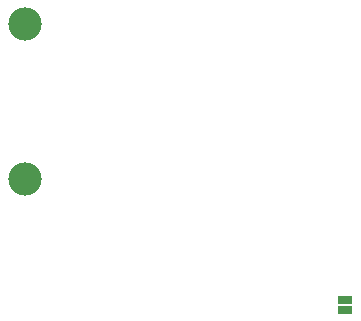
<source format=gtp>
G04 MADE WITH FRITZING*
G04 WWW.FRITZING.ORG*
G04 DOUBLE SIDED*
G04 HOLES PLATED*
G04 CONTOUR ON CENTER OF CONTOUR VECTOR*
%ASAXBY*%
%FSLAX23Y23*%
%MOIN*%
%OFA0B0*%
%SFA1.0B1.0*%
%ADD10C,0.111000*%
%ADD11R,0.050000X0.025000*%
%LNPASTEMASK1*%
G90*
G70*
G54D10*
X479Y467D03*
X479Y984D03*
X479Y467D03*
X479Y984D03*
G54D11*
X1544Y65D03*
X1544Y33D03*
G04 End of PasteMask1*
M02*
</source>
